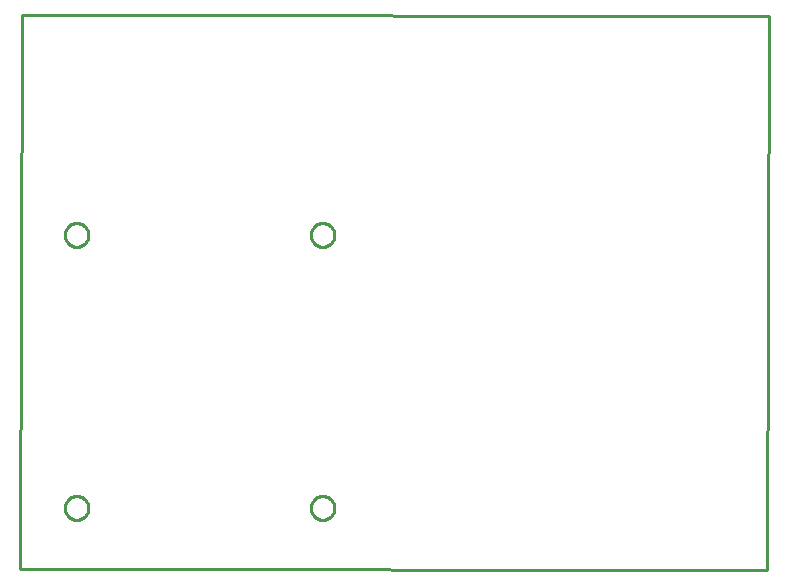
<source format=gbr>
G04 EAGLE Gerber X2 export*
%TF.Part,Single*%
%TF.FileFunction,Profile,NP*%
%TF.FilePolarity,Positive*%
%TF.GenerationSoftware,Autodesk,EAGLE,9.6.2*%
%TF.CreationDate,2020-11-13T17:21:46Z*%
G75*
%MOMM*%
%FSLAX34Y34*%
%LPD*%
%IN*%
%AMOC8*
5,1,8,0,0,1.08239X$1,22.5*%
G01*
%ADD10C,0.254000*%


D10*
X9000Y-10800D02*
X641500Y-11100D01*
X643300Y458000D01*
X10800Y458300D01*
X9000Y-10800D01*
X66660Y271733D02*
X66584Y270864D01*
X66432Y270004D01*
X66206Y269160D01*
X65908Y268340D01*
X65539Y267548D01*
X65102Y266792D01*
X64601Y266077D01*
X64040Y265408D01*
X63422Y264790D01*
X62753Y264229D01*
X62038Y263728D01*
X61282Y263291D01*
X60490Y262922D01*
X59670Y262624D01*
X58826Y262398D01*
X57967Y262246D01*
X57097Y262170D01*
X56223Y262170D01*
X55354Y262246D01*
X54494Y262398D01*
X53650Y262624D01*
X52830Y262922D01*
X52038Y263291D01*
X51282Y263728D01*
X50567Y264229D01*
X49898Y264790D01*
X49280Y265408D01*
X48719Y266077D01*
X48218Y266792D01*
X47781Y267548D01*
X47412Y268340D01*
X47114Y269160D01*
X46888Y270004D01*
X46736Y270864D01*
X46660Y271733D01*
X46660Y272607D01*
X46736Y273477D01*
X46888Y274336D01*
X47114Y275180D01*
X47412Y276000D01*
X47781Y276792D01*
X48218Y277548D01*
X48719Y278263D01*
X49280Y278932D01*
X49898Y279550D01*
X50567Y280111D01*
X51282Y280612D01*
X52038Y281049D01*
X52830Y281418D01*
X53650Y281716D01*
X54494Y281942D01*
X55354Y282094D01*
X56223Y282170D01*
X57097Y282170D01*
X57967Y282094D01*
X58826Y281942D01*
X59670Y281716D01*
X60490Y281418D01*
X61282Y281049D01*
X62038Y280612D01*
X62753Y280111D01*
X63422Y279550D01*
X64040Y278932D01*
X64601Y278263D01*
X65102Y277548D01*
X65539Y276792D01*
X65908Y276000D01*
X66206Y275180D01*
X66432Y274336D01*
X66584Y273477D01*
X66660Y272607D01*
X66660Y271733D01*
X274940Y271733D02*
X274864Y270864D01*
X274712Y270004D01*
X274486Y269160D01*
X274188Y268340D01*
X273819Y267548D01*
X273382Y266792D01*
X272881Y266077D01*
X272320Y265408D01*
X271702Y264790D01*
X271033Y264229D01*
X270318Y263728D01*
X269562Y263291D01*
X268770Y262922D01*
X267950Y262624D01*
X267106Y262398D01*
X266247Y262246D01*
X265377Y262170D01*
X264503Y262170D01*
X263634Y262246D01*
X262774Y262398D01*
X261930Y262624D01*
X261110Y262922D01*
X260318Y263291D01*
X259562Y263728D01*
X258847Y264229D01*
X258178Y264790D01*
X257560Y265408D01*
X256999Y266077D01*
X256498Y266792D01*
X256061Y267548D01*
X255692Y268340D01*
X255394Y269160D01*
X255168Y270004D01*
X255016Y270864D01*
X254940Y271733D01*
X254940Y272607D01*
X255016Y273477D01*
X255168Y274336D01*
X255394Y275180D01*
X255692Y276000D01*
X256061Y276792D01*
X256498Y277548D01*
X256999Y278263D01*
X257560Y278932D01*
X258178Y279550D01*
X258847Y280111D01*
X259562Y280612D01*
X260318Y281049D01*
X261110Y281418D01*
X261930Y281716D01*
X262774Y281942D01*
X263634Y282094D01*
X264503Y282170D01*
X265377Y282170D01*
X266247Y282094D01*
X267106Y281942D01*
X267950Y281716D01*
X268770Y281418D01*
X269562Y281049D01*
X270318Y280612D01*
X271033Y280111D01*
X271702Y279550D01*
X272320Y278932D01*
X272881Y278263D01*
X273382Y277548D01*
X273819Y276792D01*
X274188Y276000D01*
X274486Y275180D01*
X274712Y274336D01*
X274864Y273477D01*
X274940Y272607D01*
X274940Y271733D01*
X274940Y40593D02*
X274864Y39724D01*
X274712Y38864D01*
X274486Y38020D01*
X274188Y37200D01*
X273819Y36408D01*
X273382Y35652D01*
X272881Y34937D01*
X272320Y34268D01*
X271702Y33650D01*
X271033Y33089D01*
X270318Y32588D01*
X269562Y32151D01*
X268770Y31782D01*
X267950Y31484D01*
X267106Y31258D01*
X266247Y31106D01*
X265377Y31030D01*
X264503Y31030D01*
X263634Y31106D01*
X262774Y31258D01*
X261930Y31484D01*
X261110Y31782D01*
X260318Y32151D01*
X259562Y32588D01*
X258847Y33089D01*
X258178Y33650D01*
X257560Y34268D01*
X256999Y34937D01*
X256498Y35652D01*
X256061Y36408D01*
X255692Y37200D01*
X255394Y38020D01*
X255168Y38864D01*
X255016Y39724D01*
X254940Y40593D01*
X254940Y41467D01*
X255016Y42337D01*
X255168Y43196D01*
X255394Y44040D01*
X255692Y44860D01*
X256061Y45652D01*
X256498Y46408D01*
X256999Y47123D01*
X257560Y47792D01*
X258178Y48410D01*
X258847Y48971D01*
X259562Y49472D01*
X260318Y49909D01*
X261110Y50278D01*
X261930Y50576D01*
X262774Y50802D01*
X263634Y50954D01*
X264503Y51030D01*
X265377Y51030D01*
X266247Y50954D01*
X267106Y50802D01*
X267950Y50576D01*
X268770Y50278D01*
X269562Y49909D01*
X270318Y49472D01*
X271033Y48971D01*
X271702Y48410D01*
X272320Y47792D01*
X272881Y47123D01*
X273382Y46408D01*
X273819Y45652D01*
X274188Y44860D01*
X274486Y44040D01*
X274712Y43196D01*
X274864Y42337D01*
X274940Y41467D01*
X274940Y40593D01*
X66660Y40593D02*
X66584Y39724D01*
X66432Y38864D01*
X66206Y38020D01*
X65908Y37200D01*
X65539Y36408D01*
X65102Y35652D01*
X64601Y34937D01*
X64040Y34268D01*
X63422Y33650D01*
X62753Y33089D01*
X62038Y32588D01*
X61282Y32151D01*
X60490Y31782D01*
X59670Y31484D01*
X58826Y31258D01*
X57967Y31106D01*
X57097Y31030D01*
X56223Y31030D01*
X55354Y31106D01*
X54494Y31258D01*
X53650Y31484D01*
X52830Y31782D01*
X52038Y32151D01*
X51282Y32588D01*
X50567Y33089D01*
X49898Y33650D01*
X49280Y34268D01*
X48719Y34937D01*
X48218Y35652D01*
X47781Y36408D01*
X47412Y37200D01*
X47114Y38020D01*
X46888Y38864D01*
X46736Y39724D01*
X46660Y40593D01*
X46660Y41467D01*
X46736Y42337D01*
X46888Y43196D01*
X47114Y44040D01*
X47412Y44860D01*
X47781Y45652D01*
X48218Y46408D01*
X48719Y47123D01*
X49280Y47792D01*
X49898Y48410D01*
X50567Y48971D01*
X51282Y49472D01*
X52038Y49909D01*
X52830Y50278D01*
X53650Y50576D01*
X54494Y50802D01*
X55354Y50954D01*
X56223Y51030D01*
X57097Y51030D01*
X57967Y50954D01*
X58826Y50802D01*
X59670Y50576D01*
X60490Y50278D01*
X61282Y49909D01*
X62038Y49472D01*
X62753Y48971D01*
X63422Y48410D01*
X64040Y47792D01*
X64601Y47123D01*
X65102Y46408D01*
X65539Y45652D01*
X65908Y44860D01*
X66206Y44040D01*
X66432Y43196D01*
X66584Y42337D01*
X66660Y41467D01*
X66660Y40593D01*
M02*

</source>
